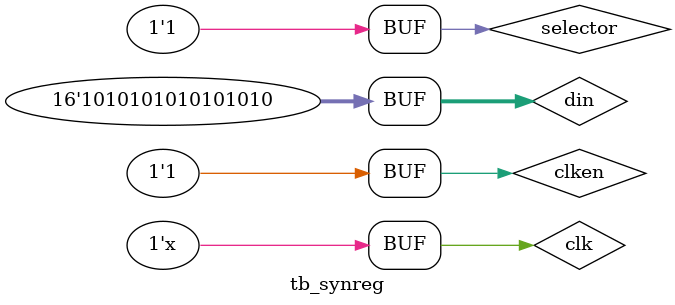
<source format=v>
module synreg(
  output  [15:0] reg_out,
  input  [15:0] datain,
  input   clk,
  input   sclr_n,
  input   clk_en

);

reg  [15:0] temp ;

always @(posedge clk)
begin

if((clk_en == 1'b1) && (sclr_n == 1'b0 ) )
begin
temp <= 16'b0000000000000000;
end

else if ((clk_en == 1'b1) && (sclr_n == 1'b1 ))
begin
temp <= datain;
end

end


assign reg_out = temp;





endmodule


module tb_synreg();

  wire [15:0] dout;
  reg  [15:0] din;
  reg   clk;
  reg   selector;
  reg   clken;


initial
begin
$monitor("%b %b %b %b",din,clken,selector,dout);
din = 16'b1010101010101010;
#25
selector = 0;
clken = 1;
#25
selector = 1;
clken = 0;

#25
selector = 1;
clken = 1;

end

initial clk =0;

always #10 clk = !clk;


synreg g1(dout,din,clk,selector,clken);


endmodule

</source>
